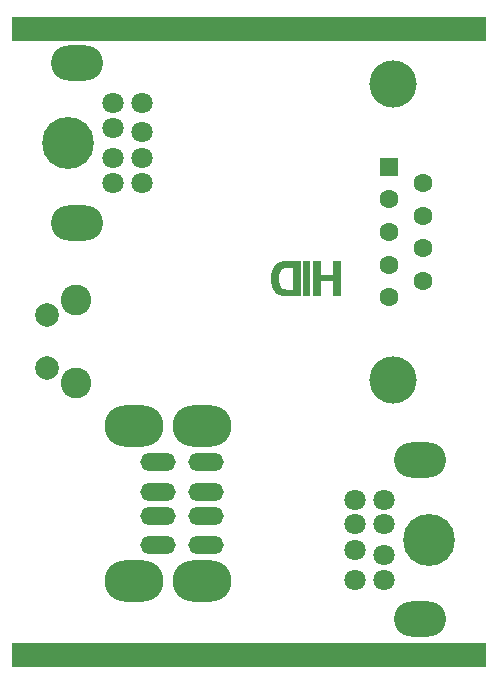
<source format=gbr>
%TF.GenerationSoftware,KiCad,Pcbnew,(6.0.6)*%
%TF.CreationDate,2022-11-01T13:57:15+00:00*%
%TF.ProjectId,ps2usb,70733275-7362-42e6-9b69-6361645f7063,rev?*%
%TF.SameCoordinates,Original*%
%TF.FileFunction,Soldermask,Bot*%
%TF.FilePolarity,Negative*%
%FSLAX46Y46*%
G04 Gerber Fmt 4.6, Leading zero omitted, Abs format (unit mm)*
G04 Created by KiCad (PCBNEW (6.0.6)) date 2022-11-01 13:57:15*
%MOMM*%
%LPD*%
G01*
G04 APERTURE LIST*
%ADD10C,0.080000*%
%ADD11C,0.100000*%
%ADD12C,1.800000*%
%ADD13O,4.400000X3.000000*%
%ADD14C,4.400000*%
%ADD15O,3.000000X1.500000*%
%ADD16O,5.000000X3.500000*%
%ADD17C,2.000000*%
%ADD18C,2.600000*%
%ADD19C,4.000000*%
%ADD20R,1.600000X1.600000*%
%ADD21C,1.600000*%
G04 APERTURE END LIST*
D10*
G36*
X120216594Y-91105335D02*
G01*
X120137873Y-91104381D01*
X120063215Y-91101519D01*
X119992618Y-91096749D01*
X119926084Y-91090071D01*
X119894340Y-91086016D01*
X119863612Y-91081485D01*
X119833899Y-91076476D01*
X119805202Y-91070990D01*
X119777521Y-91065028D01*
X119750855Y-91058588D01*
X119725205Y-91051671D01*
X119700570Y-91044277D01*
X119668734Y-91033683D01*
X119637728Y-91022581D01*
X119607554Y-91010971D01*
X119578211Y-90998854D01*
X119549698Y-90986229D01*
X119522017Y-90973096D01*
X119495166Y-90959455D01*
X119469146Y-90945307D01*
X119443957Y-90930650D01*
X119419599Y-90915486D01*
X119396072Y-90899814D01*
X119373376Y-90883635D01*
X119351511Y-90866947D01*
X119330477Y-90849752D01*
X119310274Y-90832049D01*
X119290901Y-90813838D01*
X119266151Y-90788996D01*
X119242124Y-90763214D01*
X119218820Y-90736495D01*
X119196239Y-90708836D01*
X119174382Y-90680239D01*
X119153248Y-90650704D01*
X119132836Y-90620229D01*
X119113149Y-90588816D01*
X119094184Y-90556465D01*
X119075942Y-90523175D01*
X119058424Y-90488946D01*
X119041629Y-90453779D01*
X119025557Y-90417673D01*
X119010208Y-90380628D01*
X118995583Y-90342645D01*
X118981680Y-90303723D01*
X118970948Y-90271087D01*
X118960908Y-90237681D01*
X118942905Y-90168562D01*
X118927671Y-90096365D01*
X118915208Y-90021091D01*
X118905514Y-89942739D01*
X118898590Y-89861310D01*
X118894435Y-89776803D01*
X118893050Y-89689219D01*
X118893431Y-89663618D01*
X119495735Y-89663618D01*
X119496659Y-89745140D01*
X119499428Y-89822292D01*
X119504044Y-89895073D01*
X119510507Y-89963485D01*
X119518816Y-90027526D01*
X119523663Y-90057908D01*
X119528972Y-90087198D01*
X119534742Y-90115395D01*
X119540974Y-90142499D01*
X119547667Y-90168511D01*
X119554822Y-90193430D01*
X119562347Y-90217134D01*
X119570148Y-90239992D01*
X119578226Y-90262003D01*
X119586581Y-90283168D01*
X119595213Y-90303486D01*
X119604122Y-90322959D01*
X119613309Y-90341585D01*
X119622772Y-90359364D01*
X119632512Y-90376298D01*
X119642529Y-90392385D01*
X119652823Y-90407626D01*
X119663394Y-90422021D01*
X119674242Y-90435570D01*
X119685366Y-90448272D01*
X119696768Y-90460128D01*
X119708447Y-90471138D01*
X119720211Y-90481532D01*
X119732359Y-90491541D01*
X119744892Y-90501165D01*
X119757809Y-90510405D01*
X119771112Y-90519260D01*
X119784799Y-90527731D01*
X119798870Y-90535817D01*
X119813326Y-90543518D01*
X119828167Y-90550834D01*
X119843393Y-90557766D01*
X119859003Y-90564313D01*
X119874998Y-90570476D01*
X119891378Y-90576254D01*
X119908142Y-90581647D01*
X119925291Y-90586655D01*
X119942825Y-90591279D01*
X119972030Y-90597742D01*
X120005482Y-90603342D01*
X120043181Y-90608082D01*
X120085126Y-90611959D01*
X120131318Y-90614975D01*
X120181758Y-90617129D01*
X120236444Y-90618422D01*
X120295376Y-90618853D01*
X120730649Y-90618853D01*
X120730649Y-88706410D01*
X120468697Y-88706412D01*
X120383237Y-88706843D01*
X120305101Y-88708136D01*
X120234289Y-88710290D01*
X120170802Y-88713306D01*
X120114638Y-88717183D01*
X120065800Y-88721922D01*
X120024285Y-88727523D01*
X120006274Y-88730647D01*
X119990094Y-88733986D01*
X119969883Y-88738671D01*
X119950118Y-88743864D01*
X119930800Y-88749566D01*
X119911927Y-88755774D01*
X119893501Y-88762491D01*
X119875521Y-88769715D01*
X119857988Y-88777447D01*
X119840900Y-88785687D01*
X119824259Y-88794435D01*
X119808064Y-88803690D01*
X119792315Y-88813453D01*
X119777013Y-88823724D01*
X119762156Y-88834503D01*
X119747746Y-88845789D01*
X119733782Y-88857583D01*
X119720265Y-88869885D01*
X119707155Y-88882749D01*
X119694414Y-88896228D01*
X119682043Y-88910323D01*
X119670041Y-88925033D01*
X119658408Y-88940358D01*
X119647145Y-88956299D01*
X119636251Y-88972856D01*
X119625726Y-88990028D01*
X119615571Y-89007816D01*
X119605784Y-89026219D01*
X119596367Y-89045237D01*
X119587320Y-89064872D01*
X119578641Y-89085121D01*
X119570332Y-89105986D01*
X119562393Y-89127467D01*
X119554822Y-89149563D01*
X119540974Y-89196802D01*
X119528972Y-89248903D01*
X119518816Y-89305867D01*
X119510507Y-89367693D01*
X119504044Y-89434381D01*
X119499428Y-89505931D01*
X119496659Y-89582344D01*
X119495735Y-89663618D01*
X118893431Y-89663618D01*
X118894528Y-89589818D01*
X118898959Y-89494479D01*
X118906345Y-89403202D01*
X118911146Y-89359087D01*
X118916685Y-89315988D01*
X118922963Y-89273904D01*
X118929980Y-89232835D01*
X118937735Y-89192783D01*
X118946229Y-89153745D01*
X118955461Y-89115724D01*
X118965432Y-89078717D01*
X118976141Y-89042727D01*
X118987590Y-89007752D01*
X118999745Y-88973377D01*
X119012578Y-88939679D01*
X119026088Y-88906658D01*
X119040275Y-88874314D01*
X119055139Y-88842647D01*
X119070681Y-88811658D01*
X119086899Y-88781345D01*
X119103794Y-88751709D01*
X119121366Y-88722750D01*
X119139615Y-88694469D01*
X119158541Y-88666864D01*
X119178144Y-88639937D01*
X119198425Y-88613686D01*
X119219382Y-88588113D01*
X119241016Y-88563216D01*
X119263327Y-88538997D01*
X119286262Y-88515570D01*
X119309766Y-88493051D01*
X119333840Y-88471440D01*
X119358482Y-88450736D01*
X119383694Y-88430941D01*
X119409475Y-88412053D01*
X119435826Y-88394073D01*
X119462746Y-88377001D01*
X119490235Y-88360837D01*
X119518294Y-88345581D01*
X119546921Y-88331232D01*
X119576119Y-88317791D01*
X119605885Y-88305259D01*
X119636221Y-88293634D01*
X119667126Y-88282916D01*
X119698600Y-88273107D01*
X119748547Y-88260182D01*
X119803849Y-88248980D01*
X119864505Y-88239501D01*
X119930516Y-88231746D01*
X120001881Y-88225714D01*
X120078602Y-88221406D01*
X120160677Y-88218821D01*
X120248107Y-88217959D01*
X121313639Y-88217959D01*
X121313639Y-91105335D01*
X120216594Y-91105335D01*
G37*
X120216594Y-91105335D02*
X120137873Y-91104381D01*
X120063215Y-91101519D01*
X119992618Y-91096749D01*
X119926084Y-91090071D01*
X119894340Y-91086016D01*
X119863612Y-91081485D01*
X119833899Y-91076476D01*
X119805202Y-91070990D01*
X119777521Y-91065028D01*
X119750855Y-91058588D01*
X119725205Y-91051671D01*
X119700570Y-91044277D01*
X119668734Y-91033683D01*
X119637728Y-91022581D01*
X119607554Y-91010971D01*
X119578211Y-90998854D01*
X119549698Y-90986229D01*
X119522017Y-90973096D01*
X119495166Y-90959455D01*
X119469146Y-90945307D01*
X119443957Y-90930650D01*
X119419599Y-90915486D01*
X119396072Y-90899814D01*
X119373376Y-90883635D01*
X119351511Y-90866947D01*
X119330477Y-90849752D01*
X119310274Y-90832049D01*
X119290901Y-90813838D01*
X119266151Y-90788996D01*
X119242124Y-90763214D01*
X119218820Y-90736495D01*
X119196239Y-90708836D01*
X119174382Y-90680239D01*
X119153248Y-90650704D01*
X119132836Y-90620229D01*
X119113149Y-90588816D01*
X119094184Y-90556465D01*
X119075942Y-90523175D01*
X119058424Y-90488946D01*
X119041629Y-90453779D01*
X119025557Y-90417673D01*
X119010208Y-90380628D01*
X118995583Y-90342645D01*
X118981680Y-90303723D01*
X118970948Y-90271087D01*
X118960908Y-90237681D01*
X118942905Y-90168562D01*
X118927671Y-90096365D01*
X118915208Y-90021091D01*
X118905514Y-89942739D01*
X118898590Y-89861310D01*
X118894435Y-89776803D01*
X118893050Y-89689219D01*
X118893431Y-89663618D01*
X119495735Y-89663618D01*
X119496659Y-89745140D01*
X119499428Y-89822292D01*
X119504044Y-89895073D01*
X119510507Y-89963485D01*
X119518816Y-90027526D01*
X119523663Y-90057908D01*
X119528972Y-90087198D01*
X119534742Y-90115395D01*
X119540974Y-90142499D01*
X119547667Y-90168511D01*
X119554822Y-90193430D01*
X119562347Y-90217134D01*
X119570148Y-90239992D01*
X119578226Y-90262003D01*
X119586581Y-90283168D01*
X119595213Y-90303486D01*
X119604122Y-90322959D01*
X119613309Y-90341585D01*
X119622772Y-90359364D01*
X119632512Y-90376298D01*
X119642529Y-90392385D01*
X119652823Y-90407626D01*
X119663394Y-90422021D01*
X119674242Y-90435570D01*
X119685366Y-90448272D01*
X119696768Y-90460128D01*
X119708447Y-90471138D01*
X119720211Y-90481532D01*
X119732359Y-90491541D01*
X119744892Y-90501165D01*
X119757809Y-90510405D01*
X119771112Y-90519260D01*
X119784799Y-90527731D01*
X119798870Y-90535817D01*
X119813326Y-90543518D01*
X119828167Y-90550834D01*
X119843393Y-90557766D01*
X119859003Y-90564313D01*
X119874998Y-90570476D01*
X119891378Y-90576254D01*
X119908142Y-90581647D01*
X119925291Y-90586655D01*
X119942825Y-90591279D01*
X119972030Y-90597742D01*
X120005482Y-90603342D01*
X120043181Y-90608082D01*
X120085126Y-90611959D01*
X120131318Y-90614975D01*
X120181758Y-90617129D01*
X120236444Y-90618422D01*
X120295376Y-90618853D01*
X120730649Y-90618853D01*
X120730649Y-88706410D01*
X120468697Y-88706412D01*
X120383237Y-88706843D01*
X120305101Y-88708136D01*
X120234289Y-88710290D01*
X120170802Y-88713306D01*
X120114638Y-88717183D01*
X120065800Y-88721922D01*
X120024285Y-88727523D01*
X120006274Y-88730647D01*
X119990094Y-88733986D01*
X119969883Y-88738671D01*
X119950118Y-88743864D01*
X119930800Y-88749566D01*
X119911927Y-88755774D01*
X119893501Y-88762491D01*
X119875521Y-88769715D01*
X119857988Y-88777447D01*
X119840900Y-88785687D01*
X119824259Y-88794435D01*
X119808064Y-88803690D01*
X119792315Y-88813453D01*
X119777013Y-88823724D01*
X119762156Y-88834503D01*
X119747746Y-88845789D01*
X119733782Y-88857583D01*
X119720265Y-88869885D01*
X119707155Y-88882749D01*
X119694414Y-88896228D01*
X119682043Y-88910323D01*
X119670041Y-88925033D01*
X119658408Y-88940358D01*
X119647145Y-88956299D01*
X119636251Y-88972856D01*
X119625726Y-88990028D01*
X119615571Y-89007816D01*
X119605784Y-89026219D01*
X119596367Y-89045237D01*
X119587320Y-89064872D01*
X119578641Y-89085121D01*
X119570332Y-89105986D01*
X119562393Y-89127467D01*
X119554822Y-89149563D01*
X119540974Y-89196802D01*
X119528972Y-89248903D01*
X119518816Y-89305867D01*
X119510507Y-89367693D01*
X119504044Y-89434381D01*
X119499428Y-89505931D01*
X119496659Y-89582344D01*
X119495735Y-89663618D01*
X118893431Y-89663618D01*
X118894528Y-89589818D01*
X118898959Y-89494479D01*
X118906345Y-89403202D01*
X118911146Y-89359087D01*
X118916685Y-89315988D01*
X118922963Y-89273904D01*
X118929980Y-89232835D01*
X118937735Y-89192783D01*
X118946229Y-89153745D01*
X118955461Y-89115724D01*
X118965432Y-89078717D01*
X118976141Y-89042727D01*
X118987590Y-89007752D01*
X118999745Y-88973377D01*
X119012578Y-88939679D01*
X119026088Y-88906658D01*
X119040275Y-88874314D01*
X119055139Y-88842647D01*
X119070681Y-88811658D01*
X119086899Y-88781345D01*
X119103794Y-88751709D01*
X119121366Y-88722750D01*
X119139615Y-88694469D01*
X119158541Y-88666864D01*
X119178144Y-88639937D01*
X119198425Y-88613686D01*
X119219382Y-88588113D01*
X119241016Y-88563216D01*
X119263327Y-88538997D01*
X119286262Y-88515570D01*
X119309766Y-88493051D01*
X119333840Y-88471440D01*
X119358482Y-88450736D01*
X119383694Y-88430941D01*
X119409475Y-88412053D01*
X119435826Y-88394073D01*
X119462746Y-88377001D01*
X119490235Y-88360837D01*
X119518294Y-88345581D01*
X119546921Y-88331232D01*
X119576119Y-88317791D01*
X119605885Y-88305259D01*
X119636221Y-88293634D01*
X119667126Y-88282916D01*
X119698600Y-88273107D01*
X119748547Y-88260182D01*
X119803849Y-88248980D01*
X119864505Y-88239501D01*
X119930516Y-88231746D01*
X120001881Y-88225714D01*
X120078602Y-88221406D01*
X120160677Y-88218821D01*
X120248107Y-88217959D01*
X121313639Y-88217959D01*
X121313639Y-91105335D01*
X120216594Y-91105335D01*
G36*
X123004907Y-89354395D02*
G01*
X124147252Y-89354395D01*
X124147252Y-88217959D01*
X124730241Y-88217959D01*
X124730241Y-91105332D01*
X124147252Y-91105332D01*
X124147252Y-89842844D01*
X123004907Y-89842844D01*
X123004907Y-91105332D01*
X122421918Y-91105332D01*
X122421918Y-88217959D01*
X123004907Y-88217959D01*
X123004907Y-89354395D01*
G37*
X123004907Y-89354395D02*
X124147252Y-89354395D01*
X124147252Y-88217959D01*
X124730241Y-88217959D01*
X124730241Y-91105332D01*
X124147252Y-91105332D01*
X124147252Y-89842844D01*
X123004907Y-89842844D01*
X123004907Y-91105332D01*
X122421918Y-91105332D01*
X122421918Y-88217959D01*
X123004907Y-88217959D01*
X123004907Y-89354395D01*
D11*
X137000000Y-69500000D02*
X97000000Y-69500000D01*
X97000000Y-69500000D02*
X97000000Y-67500000D01*
X97000000Y-67500000D02*
X137000000Y-67500000D01*
X137000000Y-67500000D02*
X137000000Y-69500000D01*
G36*
X137000000Y-69500000D02*
G01*
X97000000Y-69500000D01*
X97000000Y-67500000D01*
X137000000Y-67500000D01*
X137000000Y-69500000D01*
G37*
X137000000Y-122500000D02*
X97000000Y-122500000D01*
X97000000Y-122500000D02*
X97000000Y-120500000D01*
X97000000Y-120500000D02*
X137000000Y-120500000D01*
X137000000Y-120500000D02*
X137000000Y-122500000D01*
G36*
X137000000Y-122500000D02*
G01*
X97000000Y-122500000D01*
X97000000Y-120500000D01*
X137000000Y-120500000D01*
X137000000Y-122500000D01*
G37*
D10*
G36*
X122143517Y-91105332D02*
G01*
X121560527Y-91105332D01*
X121560527Y-88217959D01*
X122143517Y-88217959D01*
X122143517Y-91105332D01*
G37*
X122143517Y-91105332D02*
X121560527Y-91105332D01*
X121560527Y-88217959D01*
X122143517Y-88217959D01*
X122143517Y-91105332D01*
D12*
%TO.C,J3*%
X128500000Y-110500000D03*
X128500000Y-113100000D03*
X128500000Y-108400000D03*
X126000000Y-110500000D03*
X128500000Y-115200000D03*
X126000000Y-108400000D03*
X126000000Y-112700000D03*
X126000000Y-115200000D03*
D13*
X131500000Y-105050000D03*
X131500000Y-118550000D03*
D14*
X132300000Y-111800000D03*
%TD*%
D15*
%TO.C,J2*%
X113360000Y-105250000D03*
X109340000Y-105250000D03*
X113360000Y-107750000D03*
X109340000Y-107750000D03*
X113360000Y-109750000D03*
X109340000Y-109750000D03*
X113360000Y-112250000D03*
X109340000Y-112250000D03*
D16*
X107330000Y-102180000D03*
X107330000Y-115320000D03*
X113010000Y-115320000D03*
X113010000Y-102180000D03*
%TD*%
D17*
%TO.C,S1*%
X99900000Y-92750000D03*
X99900000Y-97250000D03*
D18*
X102400000Y-98500000D03*
X102400000Y-91500000D03*
%TD*%
D19*
%TO.C,J4*%
X129219669Y-98240000D03*
X129219669Y-73240000D03*
D20*
X128919669Y-80200000D03*
D21*
X128919669Y-82970000D03*
X128919669Y-85740000D03*
X128919669Y-88510000D03*
X128919669Y-91280000D03*
X131759669Y-81585000D03*
X131759669Y-84355000D03*
X131759669Y-87125000D03*
X131759669Y-89895000D03*
%TD*%
D12*
%TO.C,J1*%
X105500000Y-79500000D03*
X105500000Y-76900000D03*
X105500000Y-81600000D03*
X108000000Y-79500000D03*
X105500000Y-74800000D03*
X108000000Y-81600000D03*
X108000000Y-77300000D03*
X108000000Y-74800000D03*
D13*
X102500000Y-84950000D03*
D14*
X101700000Y-78200000D03*
D13*
X102500000Y-71450000D03*
%TD*%
M02*

</source>
